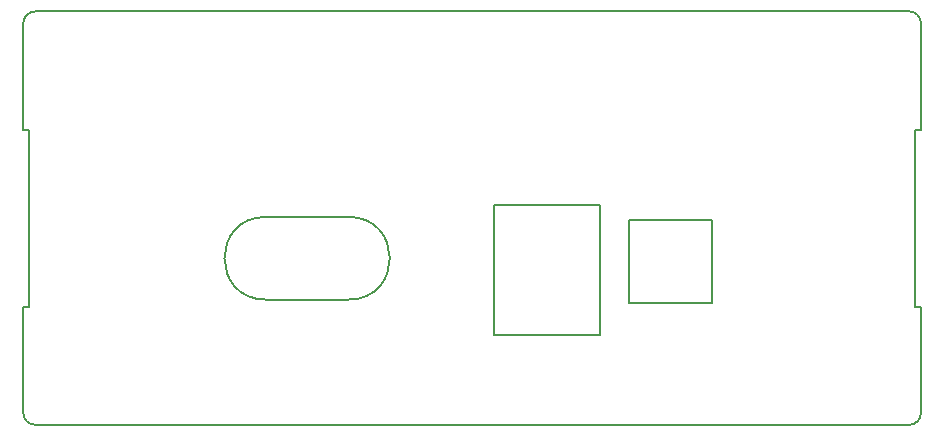
<source format=gko>
G04 DipTrace 4.3.0.4*
G04 GPSDO back v1.01.GKO*
%MOIN*%
G04 #@! TF.FileFunction,Profile*
G04 #@! TF.Part,Single*
%ADD12C,0.005512*%
%FSLAX26Y26*%
G04*
G70*
G90*
G75*
G01*
G04 BoardOutline*
%LPD*%
X433386Y394016D2*
D12*
X3346772D1*
G03X3386142Y433386I-1J39371D01*
G01*
Y787717D1*
X3366457D1*
Y1378268D1*
X3386142D1*
Y1732598D1*
G03X3346772Y1771969I-39371J-1D01*
G01*
X433386D1*
G03X394016Y1732598I1J-39371D01*
G01*
Y1378268D1*
X413701D1*
Y787717D1*
X394016D1*
Y433386D1*
G03X433386Y394016I39371J1D01*
G01*
X1962913Y1126299D2*
X2317244D1*
Y693228D1*
X1962913D1*
Y1126299D1*
X1202283Y811339D2*
X1477874D1*
G03X1477874Y1086929I0J137795D01*
G01*
X1202283D1*
G03X1202283Y811339I0J-137795D01*
G01*
X2413701Y1075118D2*
X2689291D1*
Y799528D1*
X2413701D1*
Y1075118D1*
M02*

</source>
